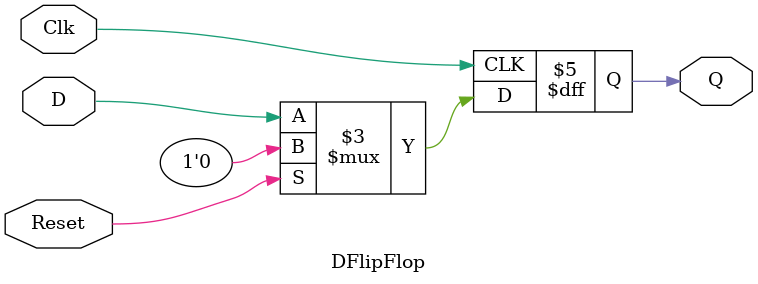
<source format=v>
module CLA_with_DFF (
    input [3:0] A, B,         // 4-bit inputs
    input Cin,                // Carry-in
    input Clk,                // Clock signal
    input Reset,              // Reset signal
    output [3:0] Sum_out,     // 4-bit sum output (stored in D flip-flops)
    output Cout_out           // Carry-out (stored in a D flip-flop)
);
    wire [3:0] G, P;          // Generate and Propagate wires
    wire [3:0] C;             // Internal carry wires
    wire [3:0] Sum;           // Sum calculation wires
    wire Cout;                // Final carry-out
    wire [3:0] Sum_reg;       // Registered sum output
    wire Cout_reg;            // Registered carry-out output

    // Generate and Propagate Logic
    assign G = A & B;         // Generate: G[i] = A[i] & B[i]
    assign P = A ^ B;         // Propagate: P[i] = A[i] ^ B[i]

    // Carry Lookahead Logic
    assign C[0] = Cin;                           // First carry bit = Cin
    assign C[1] = G[0] | (P[0] & C[0]);          // C[1] = G[0] + P[0] * C[0]
    assign C[2] = G[1] | (P[1] & G[0]) | (P[1] & P[0] & C[0]);
    assign C[3] = G[2] | (P[2] & G[1]) | (P[2] & P[1] & G[0]) | (P[2] & P[1] & P[0] & C[0]);
    assign Cout = G[3] | (P[3] & G[2]) | (P[3] & P[2] & G[1]) | (P[3] & P[2] & P[1] & G[0]) | (P[3] & P[2] & P[1] & P[0] & C[0]);

    // Sum Calculation
    assign Sum = P ^ C;       // Sum[i] = P[i] ^ C[i]

    // D Flip-Flops for Registered Outputs
    DFlipFlop DFF0 (.D(Sum[0]), .Clk(Clk), .Reset(Reset), .Q(Sum_reg[0]));
    DFlipFlop DFF1 (.D(Sum[1]), .Clk(Clk), .Reset(Reset), .Q(Sum_reg[1]));
    DFlipFlop DFF2 (.D(Sum[2]), .Clk(Clk), .Reset(Reset), .Q(Sum_reg[2]));
    DFlipFlop DFF3 (.D(Sum[3]), .Clk(Clk), .Reset(Reset), .Q(Sum_reg[3]));
    DFlipFlop DFFC (.D(Cout),  .Clk(Clk), .Reset(Reset), .Q(Cout_reg));

    // Assign Registered Outputs
    assign Sum_out = Sum_reg;
    assign Cout_out = Cout_reg;
endmodule

// D Flip-Flop Module
module DFlipFlop (
    input D,         // Data input
    input Clk,       // Clock input
    input Reset,     // Synchronous Reset input
    output reg Q     // Data output
);
    always @(posedge Clk) begin
        if (Reset)
            Q <= 0;   // Reset Q to 0
        else
            Q <= D;   // Store D in Q on clock edge
    end
endmodule
</source>
